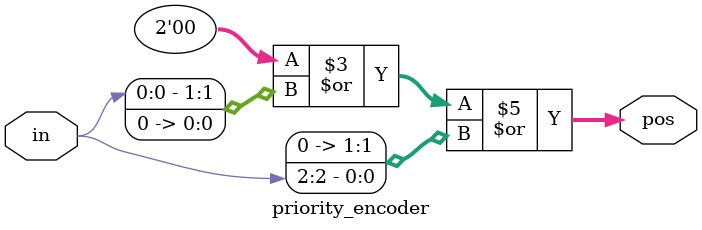
<source format=v>
module priority_encoder( 
input [2:0] in,
output reg [1:0] pos ); 
// When sel=1, assign b to out
assign pos = (in[1] << 2) | (in[0] << 1) | (in[2] << 0);
endmodule

</source>
